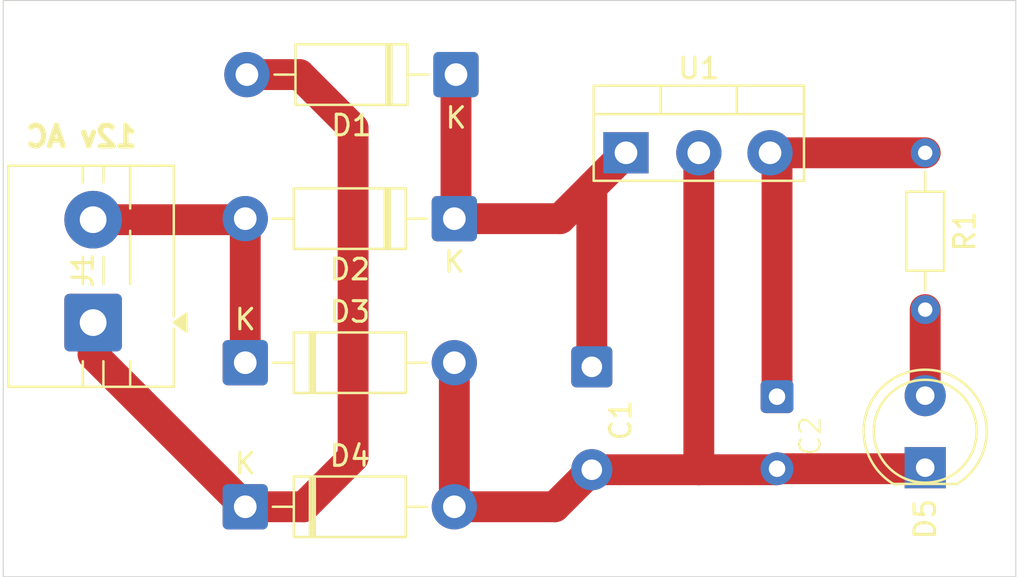
<source format=kicad_pcb>
(kicad_pcb (version 20241229) (generator "pcbnew") (generator_version "9.0")
  (layers (0 "F.Cu" signal) (2 "B.Cu" signal) (13 "F.Paste" user) (15 "B.Paste" user) (5 "F.SilkS" user "F.Silkscreen") (7 "B.SilkS" user "B.Silkscreen") (1 "F.Mask" user) (3 "B.Mask" user) (25 "Edge.Cuts" user))
  (net 0 "")
  (net 1 "Net-(D1-K)")
  (net 2 "Net-(D3-A)")
  (net 3 "Net-(U1-OUT)")
  (net 4 "Net-(D1-A)")
  (net 5 "Net-(D2-A)")
  (net 6 "Net-(D5-A)")
  (footprint "LED_THT:LED_D5.0mm" (layer "F.Cu") (at 133.6 100.6 90)
    (property "Reference" "D5" (at -3 0 90) (layer "F.SilkS"))
    (property "Value" "LED")
    (fp_line (start -1.29 -1.545) (end -1.29 1.545) (stroke (width 0.12)) (layer "F.SilkS"))
    (fp_arc (start -1.29 -1.54483) (mid 2.071779 -2.880495) (end 4.26 0) (stroke (width 0.12)) (layer "F.SilkS"))
    (fp_arc (start 4.26 0) (mid 2.071779 2.880495) (end -1.29 1.54483) (stroke (width 0.12)) (layer "F.SilkS"))
    (fp_circle (center 1.27 0) (end 3.77 0) (stroke (width 0.12)) (fill no) (layer "F.SilkS"))
    (pad "1" thru_hole rect (at -0.5 0 90) (size 2 2) (drill 0.9) (layers "*.Cu" "*.Mask") (net 2 "Net-(D3-A)"))
    (pad "2" thru_hole circle (at 3 0 90) (size 2 2) (drill 0.9) (layers "*.Cu" "*.Mask") (net 6 "Net-(D5-A)"))
  )
  (footprint "Diode_THT:D_DO-41_SOD81_P10.16mm_Horizontal" (layer "F.Cu") (at 110.72 89 180)
    (property "Reference" "D2" (at 5.08 -2.47 0) (layer "F.SilkS"))
    (property "Value" "1N4007")
    (fp_line (start 8.82 0) (end 7.8 0) (stroke (width 0.12)) (layer "F.SilkS"))
    (fp_line (start 3.38 -1.47) (end 3.38 1.47) (stroke (width 0.12)) (layer "F.SilkS"))
    (fp_line (start 3.26 -1.47) (end 3.26 1.47) (stroke (width 0.12)) (layer "F.SilkS"))
    (fp_line (start 3.14 -1.47) (end 3.14 1.47) (stroke (width 0.12)) (layer "F.SilkS"))
    (fp_line (start 1.34 0) (end 2.36 0) (stroke (width 0.12)) (layer "F.SilkS"))
    (fp_rect (start 2.36 -1.47) (end 7.8 1.47) (stroke (width 0.12)) (fill no) (layer "F.SilkS"))
    (fp_text user "K" (at 0 -2.1 0) (layer "F.SilkS"))
    (pad "1" thru_hole roundrect (at 0 0 180) (size 2.2 2.2) (drill 1.1) (layers "*.Cu" "*.Mask") (roundrect_rratio 0.113636) (net 1 "Net-(D1-K)"))
    (pad "2" thru_hole circle (at 10.16 0 180) (size 2.2 2.2) (drill 1.1) (layers "*.Cu" "*.Mask") (net 5 "Net-(D2-A)"))
  )
  (footprint "Diode_THT:D_DO-41_SOD81_P10.16mm_Horizontal" (layer "F.Cu") (at 100.56 96)
    (property "Reference" "D3" (at 5.08 -2.47 0) (layer "F.SilkS"))
    (property "Value" "1N4007")
    (fp_line (start 1.34 0) (end 2.36 0) (stroke (width 0.12)) (layer "F.SilkS"))
    (fp_line (start 3.14 -1.47) (end 3.14 1.47) (stroke (width 0.12)) (layer "F.SilkS"))
    (fp_line (start 3.26 -1.47) (end 3.26 1.47) (stroke (width 0.12)) (layer "F.SilkS"))
    (fp_line (start 3.38 -1.47) (end 3.38 1.47) (stroke (width 0.12)) (layer "F.SilkS"))
    (fp_line (start 8.82 0) (end 7.8 0) (stroke (width 0.12)) (layer "F.SilkS"))
    (fp_rect (start 2.36 -1.47) (end 7.8 1.47) (stroke (width 0.12)) (fill no) (layer "F.SilkS"))
    (fp_text user "K" (at 0 -2.1 0) (layer "F.SilkS"))
    (pad "1" thru_hole roundrect (at 0 0) (size 2.2 2.2) (drill 1.1) (layers "*.Cu" "*.Mask") (roundrect_rratio 0.113636) (net 5 "Net-(D2-A)"))
    (pad "2" thru_hole circle (at 10.16 0) (size 2.2 2.2) (drill 1.1) (layers "*.Cu" "*.Mask") (net 2 "Net-(D3-A)"))
  )
  (footprint "TerminalBlock:TerminalBlock_MaiXu_MX126-5.0-02P_1x02_P5.00mm" (layer "F.Cu") (at 93.1675 94.05 90)
    (property "Reference" "J1" (at 2.534 -0.5 90) (layer "F.SilkS"))
    (property "Value" "Screw_Terminal_01x02")
    (fp_line (start 7.62 -4.12) (end 7.62 3.92) (stroke (width 0.12)) (layer "F.SilkS"))
    (fp_line (start -3.12 -4.12) (end 7.62 -4.12) (stroke (width 0.12)) (layer "F.SilkS"))
    (fp_line (start 6.812 -0.5) (end 7.62 -0.5) (stroke (width 0.12)) (layer "F.SilkS"))
    (fp_line (start 1.88 -0.5) (end 3.188 -0.5) (stroke (width 0.12)) (layer "F.SilkS"))
    (fp_line (start -3.12 -0.5) (end -1.88 -0.5) (stroke (width 0.12)) (layer "F.SilkS"))
    (fp_line (start 6.812 0.5) (end 7.62 0.5) (stroke (width 0.12)) (layer "F.SilkS"))
    (fp_line (start 1.88 0.5) (end 3.188 0.5) (stroke (width 0.12)) (layer "F.SilkS"))
    (fp_line (start -3.12 0.5) (end -1.88 0.5) (stroke (width 0.12)) (layer "F.SilkS"))
    (fp_line (start 5.543 1.8) (end 7.62 1.8) (stroke (width 0.12)) (layer "F.SilkS"))
    (fp_line (start 1.88 1.8) (end 4.457 1.8) (stroke (width 0.12)) (layer "F.SilkS"))
    (fp_line (start -3.12 1.8) (end -1.88 1.8) (stroke (width 0.12)) (layer "F.SilkS"))
    (fp_line (start 7.62 3.92) (end 0.3 3.92) (stroke (width 0.12)) (layer "F.SilkS"))
    (fp_line (start -0.3 3.92) (end -3.12 3.92) (stroke (width 0.12)) (layer "F.SilkS"))
    (fp_line (start -3.12 3.92) (end -3.12 -4.12) (stroke (width 0.12)) (layer "F.SilkS"))
    (fp_poly (pts (xy 0 3.92) (xy 0.44 4.53) (xy -0.44 4.53)) (stroke (width 0.12)) (fill yes) (layer "F.SilkS"))
    (pad "1" thru_hole roundrect (at 0 0 90) (size 2.8 2.8) (drill 1.3) (layers "*.Cu" "*.Mask") (roundrect_rratio 0.089286) (net 4 "Net-(D1-A)"))
    (pad "2" thru_hole circle (at 5 0 90) (size 2.8 2.8) (drill 1.3) (layers "*.Cu" "*.Mask") (net 5 "Net-(D2-A)"))
  )
  (footprint "Diode_THT:D_DO-41_SOD81_P10.16mm_Horizontal" (layer "F.Cu") (at 110.8 82 180)
    (property "Reference" "D1" (at 5.08 -2.47 0) (layer "F.SilkS"))
    (property "Value" "1N4007")
    (fp_line (start 8.82 0) (end 7.8 0) (stroke (width 0.12)) (layer "F.SilkS"))
    (fp_line (start 3.38 -1.47) (end 3.38 1.47) (stroke (width 0.12)) (layer "F.SilkS"))
    (fp_line (start 3.26 -1.47) (end 3.26 1.47) (stroke (width 0.12)) (layer "F.SilkS"))
    (fp_line (start 3.14 -1.47) (end 3.14 1.47) (stroke (width 0.12)) (layer "F.SilkS"))
    (fp_line (start 1.34 0) (end 2.36 0) (stroke (width 0.12)) (layer "F.SilkS"))
    (fp_rect (start 2.36 -1.47) (end 7.8 1.47) (stroke (width 0.12)) (fill no) (layer "F.SilkS"))
    (fp_text user "K" (at 0 -2.1 0) (layer "F.SilkS"))
    (pad "1" thru_hole roundrect (at 0 0 180) (size 2.2 2.2) (drill 1.1) (layers "*.Cu" "*.Mask") (roundrect_rratio 0.113636) (net 1 "Net-(D1-K)"))
    (pad "2" thru_hole circle (at 10.16 0 180) (size 2.2 2.2) (drill 1.1) (layers "*.Cu" "*.Mask") (net 4 "Net-(D1-A)"))
  )
  (footprint "Capacitor_THT:CP_Radial_D5.0mm_P2.50mm" (layer "F.Cu") (at 126.4 98.15 -90)
    (property "Reference" "C2" (hide yes))
    (property "Value" "C_Polarized" (hide yes))
    (fp_text user "C2" (at 2.45 -2.2 90) (layer "F.SilkS") (effects (font (thickness 0.1)) (justify left bottom)))
    (pad "1" thru_hole roundrect (at -0.5 0 270) (size 1.6 1.6) (drill 0.8) (layers "*.Cu" "*.Mask") (roundrect_rratio 0.15625) (net 3 "Net-(U1-OUT)"))
    (pad "2" thru_hole circle (at 3 0 270) (size 1.6 1.6) (drill 0.8) (layers "*.Cu" "*.Mask") (net 2 "Net-(D3-A)"))
  )
  (footprint "Package_TO_SOT_THT:TO-220-3_Vertical" (layer "F.Cu") (at 120.06 85.8)
    (property "Reference" "U1" (at 2.54 -4.1 0) (layer "F.SilkS"))
    (property "Value" "L7805")
    (fp_line (start -2.57 -3.26) (end 7.65 -3.26) (stroke (width 0.12)) (layer "F.SilkS"))
    (fp_line (start -2.57 -1.88) (end 7.65 -1.88) (stroke (width 0.12)) (layer "F.SilkS"))
    (fp_line (start -2.57 1.36) (end -2.57 -3.26) (stroke (width 0.12)) (layer "F.SilkS"))
    (fp_line (start 0.69 -3.26) (end 0.69 -1.88) (stroke (width 0.12)) (layer "F.SilkS"))
    (fp_line (start 4.39 -3.26) (end 4.39 -1.88) (stroke (width 0.12)) (layer "F.SilkS"))
    (fp_line (start 7.65 -3.26) (end 7.65 1.36) (stroke (width 0.12)) (layer "F.SilkS"))
    (fp_line (start 7.65 1.36) (end -2.57 1.36) (stroke (width 0.12)) (layer "F.SilkS"))
    (pad "1" thru_hole rect (at -1 0) (size 2.2 2) (drill 1.1) (layers "*.Cu" "*.Mask") (net 1 "Net-(D1-K)"))
    (pad "2" thru_hole oval (at 2.54 0) (size 2.2 2.2) (drill 1.1) (layers "*.Cu" "*.Mask") (net 2 "Net-(D3-A)"))
    (pad "3" thru_hole oval (at 6 0) (size 2.2 2.2) (drill 1.1) (layers "*.Cu" "*.Mask") (net 3 "Net-(U1-OUT)"))
  )
  (footprint "Capacitor_THT:CP_Radial_D10.0mm_P5.00mm" (layer "F.Cu") (at 117.4 96.2 -90)
    (property "Reference" "C1" (at 2.6 -1.4 90) (layer "F.SilkS"))
    (property "Value" "C_Polarized" (hide yes))
    (pad "1" thru_hole roundrect (at 0 0 270) (size 2 2) (drill 1) (layers "*.Cu" "*.Mask") (roundrect_rratio 0.125) (net 1 "Net-(D1-K)"))
    (pad "2" thru_hole circle (at 5 0 270) (size 2 2) (drill 1) (layers "*.Cu" "*.Mask") (net 2 "Net-(D3-A)"))
  )
  (footprint "Diode_THT:D_DO-41_SOD81_P10.16mm_Horizontal" (layer "F.Cu") (at 100.56 103)
    (property "Reference" "D4" (at 5.08 -2.47 0) (layer "F.SilkS"))
    (property "Value" "1N4007")
    (fp_line (start 1.34 0) (end 2.36 0) (stroke (width 0.12)) (layer "F.SilkS"))
    (fp_line (start 3.14 -1.47) (end 3.14 1.47) (stroke (width 0.12)) (layer "F.SilkS"))
    (fp_line (start 3.26 -1.47) (end 3.26 1.47) (stroke (width 0.12)) (layer "F.SilkS"))
    (fp_line (start 3.38 -1.47) (end 3.38 1.47) (stroke (width 0.12)) (layer "F.SilkS"))
    (fp_line (start 8.82 0) (end 7.8 0) (stroke (width 0.12)) (layer "F.SilkS"))
    (fp_rect (start 2.36 -1.47) (end 7.8 1.47) (stroke (width 0.12)) (fill no) (layer "F.SilkS"))
    (fp_text user "K" (at 0 -2.1 0) (layer "F.SilkS"))
    (pad "1" thru_hole roundrect (at 0 0) (size 2.2 2.2) (drill 1.1) (layers "*.Cu" "*.Mask") (roundrect_rratio 0.113636) (net 4 "Net-(D1-A)"))
    (pad "2" thru_hole circle (at 10.16 0) (size 2.2 2.2) (drill 1.1) (layers "*.Cu" "*.Mask") (net 2 "Net-(D3-A)"))
  )
  (footprint "Resistor_THT:R_Axial_DIN0204_L3.6mm_D1.6mm_P7.62mm_Horizontal" (layer "F.Cu") (at 133.6 85.8 -90)
    (property "Reference" "R1" (at 3.81 -1.92 90) (layer "F.SilkS"))
    (property "Value" "R")
    (fp_line (start 0.94 0) (end 1.89 0) (stroke (width 0.12)) (layer "F.SilkS"))
    (fp_line (start 6.68 0) (end 5.73 0) (stroke (width 0.12)) (layer "F.SilkS"))
    (fp_rect (start 1.89 -0.92) (end 5.73 0.92) (stroke (width 0.12)) (fill no) (layer "F.SilkS"))
    (pad "1" thru_hole circle (at 0 0 270) (size 1.4 1.4) (drill 0.7) (layers "*.Cu" "*.Mask") (net 3 "Net-(U1-OUT)"))
    (pad "2" thru_hole circle (at 7.62 0 270) (size 1.4 1.4) (drill 0.7) (layers "*.Cu" "*.Mask") (net 6 "Net-(D5-A)"))
  )
  (gr_rect (start 88.8 78.4) (end 138 106.4) (stroke (width 0.05)) (fill no) (layer "Edge.Cuts"))
  (gr_text "12v AC" (at 95.4 85.6 0) (layer "F.SilkS") (effects (font (size 1 1) (thickness 0.25) (bold yes)) (justify left bottom mirror)))
  (segment (start 110.8 88.92) (end 110.72 89) (width 1.5) (layer "F.Cu") (net 1))
  (segment (start 115.86 89) (end 119.06 85.8) (width 1.5) (layer "F.Cu") (net 1))
  (segment (start 110.8 82) (end 110.8 88.92) (width 1.5) (layer "F.Cu") (net 1))
  (segment (start 117.4 96.2) (end 117.4 87.46) (width 1.5) (layer "F.Cu") (net 1))
  (segment (start 110.72 89) (end 115.86 89) (width 1.5) (layer "F.Cu") (net 1))
  (segment (start 117.4 87.46) (end 119.06 85.8) (width 1.5) (layer "F.Cu") (net 1))
  (segment (start 126.4 101.15) (end 133.55 101.15) (width 1.5) (layer "F.Cu") (net 2))
  (segment (start 115.6 103) (end 117.4 101.2) (width 1.5) (layer "F.Cu") (net 2))
  (segment (start 117.4 101.2) (end 122.6 101.2) (width 1.5) (layer "F.Cu") (net 2))
  (segment (start 126.35 101.2) (end 126.4 101.15) (width 1.5) (layer "F.Cu") (net 2))
  (segment (start 122.6 85.8) (end 122.6 101.2) (width 1.5) (layer "F.Cu") (net 2))
  (segment (start 110.72 103) (end 115.6 103) (width 1.5) (layer "F.Cu") (net 2))
  (segment (start 133.55 101.15) (end 133.6 101.1) (width 1.5) (layer "F.Cu") (net 2))
  (segment (start 110.72 103) (end 110.72 96) (width 1.5) (layer "F.Cu") (net 2))
  (segment (start 122.6 101.2) (end 126.35 101.2) (width 1.5) (layer "F.Cu") (net 2))
  (segment (start 126.4 97.65) (end 126.4 86.14) (width 1.5) (layer "F.Cu") (net 3))
  (segment (start 126.4 86.14) (end 126.06 85.8) (width 1.5) (layer "F.Cu") (net 3))
  (segment (start 126.06 85.8) (end 133.6 85.8) (width 1.5) (layer "F.Cu") (net 3))
  (segment (start 105.8 100.6) (end 105.8 84.6) (width 1.5) (layer "F.Cu") (net 4))
  (segment (start 105.8 84.6) (end 103.2 82) (width 1.5) (layer "F.Cu") (net 4))
  (segment (start 93.1675 94.05) (end 93.1675 95.6075) (width 1.5) (layer "F.Cu") (net 4))
  (segment (start 103.4 103) (end 105.8 100.6) (width 1.5) (layer "F.Cu") (net 4))
  (segment (start 93.1675 95.6075) (end 100.56 103) (width 1.5) (layer "F.Cu") (net 4))
  (segment (start 103.2 82) (end 100.64 82) (width 1.5) (layer "F.Cu") (net 4))
  (segment (start 100.56 103) (end 103.4 103) (width 1.5) (layer "F.Cu") (net 4))
  (segment (start 100.51 89.05) (end 100.56 89) (width 1.5) (layer "F.Cu") (net 5))
  (segment (start 93.1675 89.05) (end 100.51 89.05) (width 1.5) (layer "F.Cu") (net 5))
  (segment (start 100.56 89) (end 100.56 96) (width 1.5) (layer "F.Cu") (net 5))
  (segment (start 133.6 93.42) (end 133.6 97.6) (width 1.5) (layer "F.Cu") (net 6))
)
</source>
